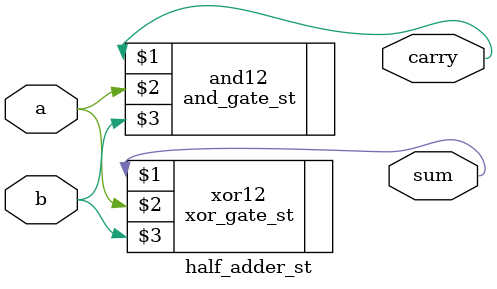
<source format=v>
`include "xor_gate_st.v"
`include "and_gate_st.v"
module half_adder_st(sum, carry, a, b);
	output sum, carry;
	input a, b;
	xor_gate_st xor12(sum, a, b); 
	and_gate_st and12( carry,a, b);
endmodule
</source>
